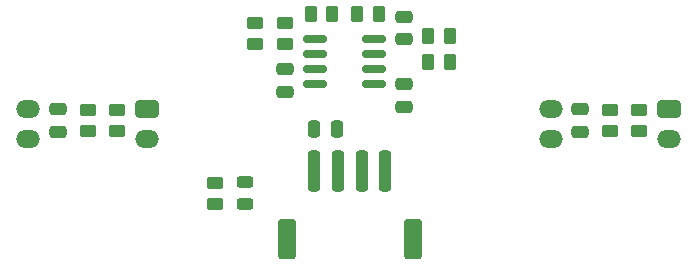
<source format=gts>
G04 #@! TF.GenerationSoftware,KiCad,Pcbnew,8.0.6*
G04 #@! TF.CreationDate,2025-03-21T23:15:14+00:00*
G04 #@! TF.ProjectId,imu_rc_car_encoders,696d755f-7263-45f6-9361-725f656e636f,rev?*
G04 #@! TF.SameCoordinates,Original*
G04 #@! TF.FileFunction,Soldermask,Top*
G04 #@! TF.FilePolarity,Negative*
%FSLAX46Y46*%
G04 Gerber Fmt 4.6, Leading zero omitted, Abs format (unit mm)*
G04 Created by KiCad (PCBNEW 8.0.6) date 2025-03-21 23:15:14*
%MOMM*%
%LPD*%
G01*
G04 APERTURE LIST*
G04 Aperture macros list*
%AMRoundRect*
0 Rectangle with rounded corners*
0 $1 Rounding radius*
0 $2 $3 $4 $5 $6 $7 $8 $9 X,Y pos of 4 corners*
0 Add a 4 corners polygon primitive as box body*
4,1,4,$2,$3,$4,$5,$6,$7,$8,$9,$2,$3,0*
0 Add four circle primitives for the rounded corners*
1,1,$1+$1,$2,$3*
1,1,$1+$1,$4,$5*
1,1,$1+$1,$6,$7*
1,1,$1+$1,$8,$9*
0 Add four rect primitives between the rounded corners*
20,1,$1+$1,$2,$3,$4,$5,0*
20,1,$1+$1,$4,$5,$6,$7,0*
20,1,$1+$1,$6,$7,$8,$9,0*
20,1,$1+$1,$8,$9,$2,$3,0*%
G04 Aperture macros list end*
%ADD10RoundRect,0.250000X-0.475000X0.250000X-0.475000X-0.250000X0.475000X-0.250000X0.475000X0.250000X0*%
%ADD11RoundRect,0.250000X0.262500X0.450000X-0.262500X0.450000X-0.262500X-0.450000X0.262500X-0.450000X0*%
%ADD12RoundRect,0.243750X0.456250X-0.243750X0.456250X0.243750X-0.456250X0.243750X-0.456250X-0.243750X0*%
%ADD13RoundRect,0.150000X-0.825000X-0.150000X0.825000X-0.150000X0.825000X0.150000X-0.825000X0.150000X0*%
%ADD14RoundRect,0.250000X-0.262500X-0.450000X0.262500X-0.450000X0.262500X0.450000X-0.262500X0.450000X0*%
%ADD15RoundRect,0.250000X0.450000X-0.262500X0.450000X0.262500X-0.450000X0.262500X-0.450000X-0.262500X0*%
%ADD16RoundRect,0.250000X-0.250000X-0.475000X0.250000X-0.475000X0.250000X0.475000X-0.250000X0.475000X0*%
%ADD17RoundRect,0.250000X-0.250000X-1.500000X0.250000X-1.500000X0.250000X1.500000X-0.250000X1.500000X0*%
%ADD18RoundRect,0.250001X-0.499999X-1.449999X0.499999X-1.449999X0.499999X1.449999X-0.499999X1.449999X0*%
%ADD19RoundRect,0.250000X-0.450000X0.262500X-0.450000X-0.262500X0.450000X-0.262500X0.450000X0.262500X0*%
%ADD20RoundRect,0.250000X0.475000X-0.250000X0.475000X0.250000X-0.475000X0.250000X-0.475000X-0.250000X0*%
%ADD21RoundRect,0.340500X0.659500X-0.409500X0.659500X0.409500X-0.659500X0.409500X-0.659500X-0.409500X0*%
%ADD22O,2.000000X1.500000*%
G04 APERTURE END LIST*
D10*
X50038098Y-21009623D03*
X50038098Y-22909623D03*
D11*
X47840645Y-15116341D03*
X46015645Y-15116341D03*
D12*
X36510000Y-31180000D03*
X36510000Y-29305000D03*
D13*
X42499378Y-17201331D03*
X42499378Y-18471331D03*
X42499378Y-19741331D03*
X42499378Y-21011331D03*
X47449378Y-21011331D03*
X47449378Y-19741331D03*
X47449378Y-18471331D03*
X47449378Y-17201331D03*
D14*
X52065000Y-16920000D03*
X53890000Y-16920000D03*
D15*
X25710000Y-25001250D03*
X25710000Y-23176250D03*
X67440000Y-25023750D03*
X67440000Y-23198750D03*
D14*
X42115645Y-15116341D03*
X43940645Y-15116341D03*
D15*
X37403145Y-17641341D03*
X37403145Y-15816341D03*
X23225000Y-25001250D03*
X23225000Y-23176250D03*
D10*
X20710000Y-23158750D03*
X20710000Y-25058750D03*
D16*
X42420000Y-24840000D03*
X44320000Y-24840000D03*
D14*
X52062355Y-19107109D03*
X53887355Y-19107109D03*
D10*
X64925000Y-23141250D03*
X64925000Y-25041250D03*
D15*
X69925000Y-25023750D03*
X69925000Y-23198750D03*
D17*
X42418758Y-28343805D03*
X44418758Y-28343805D03*
X46418758Y-28343805D03*
X48418758Y-28343805D03*
D18*
X40068758Y-34093805D03*
X50768758Y-34093805D03*
D19*
X33989145Y-29359742D03*
X33989145Y-31184742D03*
D20*
X49979237Y-17205366D03*
X49979237Y-15305366D03*
D19*
X39903145Y-15816341D03*
X39903145Y-17641341D03*
D10*
X39903145Y-19741341D03*
X39903145Y-21641341D03*
D21*
X72406606Y-23152627D03*
D22*
X72406606Y-25692627D03*
X62406606Y-25692627D03*
X62406606Y-23152627D03*
D21*
X28200000Y-23152627D03*
D22*
X28200000Y-25692627D03*
X18200000Y-25692627D03*
X18200000Y-23152627D03*
M02*

</source>
